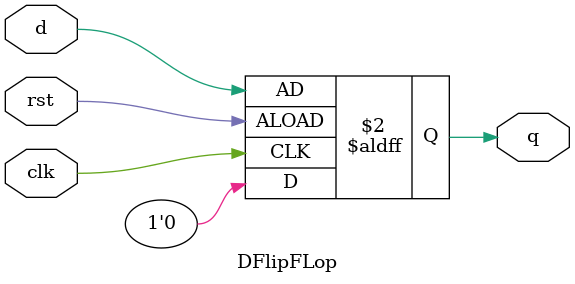
<source format=sv>
module DFlipFLop (q, d, clk, rst);

  input d, rst, clk;
  output reg q;

  always @ (posedge clk, negedge rst) begin
    if (rst)
      q <= 1'b0;

    else
      q <= d;

  end

endmodule

// no testbech because this code is to program an fpga
// refer to the Pin Planner Diagram readme file

</source>
